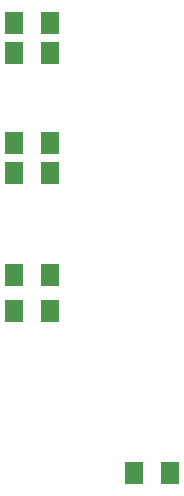
<source format=gbp>
G04 MADE WITH FRITZING*
G04 WWW.FRITZING.ORG*
G04 DOUBLE SIDED*
G04 HOLES PLATED*
G04 CONTOUR ON CENTER OF CONTOUR VECTOR*
%ASAXBY*%
%FSLAX23Y23*%
%MOIN*%
%OFA0B0*%
%SFA1.0B1.0*%
%ADD10R,0.062992X0.074803*%
%LNPASTEMASK0*%
G90*
G70*
G54D10*
X1150Y1199D03*
X1028Y1199D03*
X1150Y1659D03*
X1028Y1659D03*
X1150Y1759D03*
X1028Y1759D03*
X1550Y659D03*
X1428Y659D03*
X1150Y1319D03*
X1028Y1319D03*
X1150Y2059D03*
X1028Y2059D03*
X1150Y2159D03*
X1028Y2159D03*
G04 End of PasteMask0*
M02*
</source>
